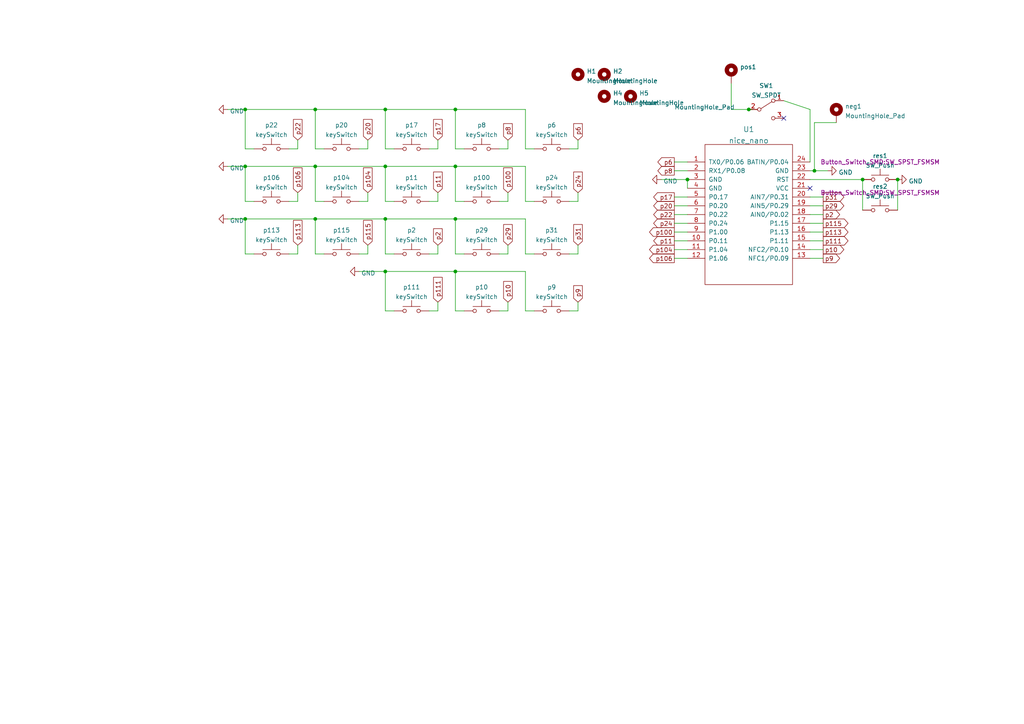
<source format=kicad_sch>
(kicad_sch (version 20210621) (generator eeschema)
  (paper "A4")
  (lib_symbols
    (symbol "Mechanical:MountingHole" (pin_names (offset 1.016))
      (property "Reference" "H" (at 0 5.08 0))
      (property "Value" "MountingHole" (at 0 3.175 0))
      (symbol "MountingHole_0_1"
        (circle (center 0 0) (radius 1.27) (stroke (width 1.27)))
      )
    )
    (symbol "Mechanical:MountingHole_Pad" (pin_numbers hide) (pin_names (offset 1.016) hide)
      (property "Reference" "H" (at 0 6.35 0))
      (property "Value" "MountingHole_Pad" (at 0 4.445 0))
      (symbol "MountingHole_Pad_0_1"
        (circle (center 0 1.27) (radius 1.27) (stroke (width 1.27)))
      )
      (symbol "MountingHole_Pad_1_1"
        (pin input line (at 0 -2.54 90) (length 2.54) (name "1") (number "1"))
      )
    )
    (symbol "Switch:SW_Push" (pin_numbers hide) (pin_names (offset 1.016) hide)
      (property "Reference" "SW" (at 1.27 2.54 0))
      (property "Value" "SW_Push" (at 0 -1.524 0))
      (symbol "SW_Push_0_1"
        (circle (center -2.032 0) (radius 0.508))
        (polyline (pts (xy 0 1.27) (xy 0 3.048)))
        (polyline (pts (xy 2.54 1.27) (xy -2.54 1.27)))
        (circle (center 2.032 0) (radius 0.508))
        (pin passive line (at -5.08 0 0) (length 2.54) (name "1") (number "1"))
        (pin passive line (at 5.08 0 180) (length 2.54) (name "2") (number "2"))
      )
    )
    (symbol "Switch:SW_SPDT" (pin_names (offset 0) hide)
      (property "Reference" "SW" (at 0 4.318 0))
      (property "Value" "SW_SPDT" (at 0 -5.08 0))
      (symbol "SW_SPDT_0_0"
        (circle (center -2.032 0) (radius 0.508))
        (circle (center 2.032 -2.54) (radius 0.508))
      )
      (symbol "SW_SPDT_0_1"
        (polyline (pts (xy -1.524 0.254) (xy 1.651 2.286)))
        (circle (center 2.032 2.54) (radius 0.508))
      )
      (symbol "SW_SPDT_1_1"
        (pin passive line (at 5.08 2.54 180) (length 2.54) (name "A") (number "1"))
        (pin passive line (at -5.08 0 0) (length 2.54) (name "B") (number "2"))
        (pin passive line (at 5.08 -2.54 180) (length 2.54) (name "C") (number "3"))
      )
    )
    (symbol "nicenano:nice_nano" (pin_names (offset 1.016))
      (property "Reference" "U1" (at 0 23.4539 0))
      (property "Value" "nice_nano" (at 0 20.1749 0))
      (symbol "nice_nano_0_1"
        (rectangle (start -12.7 -21.59) (end 12.7 19.05))
      )
      (symbol "nice_nano_1_1"
        (pin input line (at -17.78 13.97 0) (length 5.08) (name "TX0/P0.06") (number "1"))
        (pin input line (at -17.78 -8.89 0) (length 5.08) (name "P0.11") (number "10"))
        (pin input line (at -17.78 -11.43 0) (length 5.08) (name "P1.04") (number "11"))
        (pin input line (at -17.78 -13.97 0) (length 5.08) (name "P1.06") (number "12"))
        (pin input line (at 17.78 -13.97 180) (length 5.08) (name "NFC1/P0.09") (number "13"))
        (pin input line (at 17.78 -11.43 180) (length 5.08) (name "NFC2/P0.10") (number "14"))
        (pin input line (at 17.78 -8.89 180) (length 5.08) (name "P1.11") (number "15"))
        (pin input line (at 17.78 -6.35 180) (length 5.08) (name "P1.13") (number "16"))
        (pin input line (at 17.78 -3.81 180) (length 5.08) (name "P1.15") (number "17"))
        (pin input line (at 17.78 -1.27 180) (length 5.08) (name "AIN0/P0.02") (number "18"))
        (pin input line (at 17.78 1.27 180) (length 5.08) (name "AIN5/P0.29") (number "19"))
        (pin input line (at -17.78 11.43 0) (length 5.08) (name "RX1/P0.08") (number "2"))
        (pin input line (at 17.78 3.81 180) (length 5.08) (name "AIN7/P0.31") (number "20"))
        (pin input line (at 17.78 6.35 180) (length 5.08) (name "VCC") (number "21"))
        (pin input line (at 17.78 8.89 180) (length 5.08) (name "RST") (number "22"))
        (pin input line (at 17.78 11.43 180) (length 5.08) (name "GND") (number "23"))
        (pin input line (at 17.78 13.97 180) (length 5.08) (name "BATIN/P0.04") (number "24"))
        (pin input line (at -17.78 8.89 0) (length 5.08) (name "GND") (number "3"))
        (pin input line (at -17.78 6.35 0) (length 5.08) (name "GND") (number "4"))
        (pin input line (at -17.78 3.81 0) (length 5.08) (name "P0.17") (number "5"))
        (pin input line (at -17.78 1.27 0) (length 5.08) (name "P0.20") (number "6"))
        (pin input line (at -17.78 -1.27 0) (length 5.08) (name "P0.22") (number "7"))
        (pin input line (at -17.78 -3.81 0) (length 5.08) (name "P0.24") (number "8"))
        (pin input line (at -17.78 -6.35 0) (length 5.08) (name "P1.00") (number "9"))
      )
    )
    (symbol "power:GND" (power) (pin_names (offset 0))
      (property "Value" "GND" (at 0 -3.81 0))
      (symbol "GND_0_1"
        (polyline (pts (xy 0 0) (xy 0 -1.27) (xy 1.27 -1.27) (xy 0 -2.54) (xy -1.27 -1.27) (xy 0 -1.27)))
      )
      (symbol "GND_1_1"
        (pin power_in line (at 0 0 270) (length 0) hide (name "GND") (number "1"))
      )
    )
  )
  (junction (at 91.44 63.5))
  (junction (at 132.08 31.75))
  (junction (at 71.12 48.26))
  (junction (at 132.08 48.26))
  (junction (at 91.44 31.75))
  (junction (at 71.12 31.75))
  (junction (at 111.76 63.5))
  (junction (at 260.35 52.07))
  (junction (at 132.08 78.74))
  (junction (at 91.44 48.26))
  (junction (at 132.08 63.5))
  (junction (at 111.76 78.74))
  (junction (at 71.12 63.5))
  (junction (at 199.39 52.07))
  (junction (at 217.17 31.75))
  (junction (at 236.22 49.53))
  (junction (at 111.76 31.75))
  (junction (at 111.76 48.26))
  (junction (at 250.19 52.07))
  (no_connect (at 227.33 34.29))
  (no_connect (at 234.95 54.61))
  (wire (pts (xy 104.14 58.42) (xy 106.68 58.42)))
  (wire (pts (xy 144.78 43.18) (xy 147.32 43.18)))
  (wire (pts (xy 91.44 48.26) (xy 111.76 48.26)))
  (wire (pts (xy 144.78 90.17) (xy 147.32 90.17)))
  (wire (pts (xy 195.58 49.53) (xy 199.39 49.53)))
  (wire (pts (xy 91.44 58.42) (xy 93.98 58.42)))
  (wire (pts (xy 106.68 73.66) (xy 106.68 71.12)))
  (wire (pts (xy 165.1 73.66) (xy 167.64 73.66)))
  (wire (pts (xy 111.76 63.5) (xy 111.76 73.66)))
  (wire (pts (xy 111.76 63.5) (xy 91.44 63.5)))
  (wire (pts (xy 71.12 63.5) (xy 66.04 63.5)))
  (wire (pts (xy 91.44 63.5) (xy 71.12 63.5)))
  (wire (pts (xy 195.58 74.93) (xy 199.39 74.93)))
  (wire (pts (xy 195.58 59.69) (xy 199.39 59.69)))
  (wire (pts (xy 242.57 35.56) (xy 236.22 35.56)))
  (wire (pts (xy 236.22 35.56) (xy 236.22 49.53)))
  (wire (pts (xy 234.95 57.15) (xy 238.76 57.15)))
  (wire (pts (xy 250.19 52.07) (xy 250.19 60.96)))
  (wire (pts (xy 111.76 73.66) (xy 114.3 73.66)))
  (wire (pts (xy 152.4 31.75) (xy 152.4 43.18)))
  (wire (pts (xy 71.12 73.66) (xy 73.66 73.66)))
  (wire (pts (xy 234.95 31.75) (xy 234.95 46.99)))
  (wire (pts (xy 227.33 29.21) (xy 234.95 31.75)))
  (wire (pts (xy 165.1 90.17) (xy 167.64 90.17)))
  (wire (pts (xy 234.95 59.69) (xy 238.76 59.69)))
  (wire (pts (xy 83.82 73.66) (xy 86.36 73.66)))
  (wire (pts (xy 83.82 58.42) (xy 86.36 58.42)))
  (wire (pts (xy 144.78 73.66) (xy 147.32 73.66)))
  (wire (pts (xy 234.95 49.53) (xy 236.22 49.53)))
  (wire (pts (xy 236.22 49.53) (xy 240.03 49.53)))
  (wire (pts (xy 124.46 73.66) (xy 127 73.66)))
  (wire (pts (xy 106.68 58.42) (xy 106.68 55.88)))
  (wire (pts (xy 195.58 64.77) (xy 199.39 64.77)))
  (wire (pts (xy 165.1 58.42) (xy 167.64 58.42)))
  (wire (pts (xy 234.95 62.23) (xy 238.76 62.23)))
  (wire (pts (xy 195.58 67.31) (xy 199.39 67.31)))
  (wire (pts (xy 147.32 90.17) (xy 147.32 87.63)))
  (wire (pts (xy 152.4 48.26) (xy 152.4 58.42)))
  (wire (pts (xy 132.08 43.18) (xy 134.62 43.18)))
  (wire (pts (xy 132.08 58.42) (xy 134.62 58.42)))
  (wire (pts (xy 111.76 58.42) (xy 114.3 58.42)))
  (wire (pts (xy 86.36 58.42) (xy 86.36 55.88)))
  (wire (pts (xy 152.4 58.42) (xy 154.94 58.42)))
  (wire (pts (xy 212.09 24.13) (xy 212.09 31.75)))
  (wire (pts (xy 212.09 31.75) (xy 217.17 31.75)))
  (wire (pts (xy 217.17 31.75) (xy 218.44 31.75)))
  (wire (pts (xy 66.04 31.75) (xy 71.12 31.75)))
  (wire (pts (xy 144.78 58.42) (xy 147.32 58.42)))
  (wire (pts (xy 132.08 48.26) (xy 132.08 58.42)))
  (wire (pts (xy 104.14 73.66) (xy 106.68 73.66)))
  (wire (pts (xy 127 90.17) (xy 127 87.63)))
  (wire (pts (xy 195.58 69.85) (xy 199.39 69.85)))
  (wire (pts (xy 111.76 43.18) (xy 114.3 43.18)))
  (wire (pts (xy 71.12 58.42) (xy 73.66 58.42)))
  (wire (pts (xy 234.95 72.39) (xy 238.76 72.39)))
  (wire (pts (xy 234.95 64.77) (xy 238.76 64.77)))
  (wire (pts (xy 127 73.66) (xy 127 71.12)))
  (wire (pts (xy 71.12 48.26) (xy 71.12 58.42)))
  (wire (pts (xy 234.95 74.93) (xy 238.76 74.93)))
  (wire (pts (xy 91.44 31.75) (xy 111.76 31.75)))
  (wire (pts (xy 111.76 31.75) (xy 111.76 43.18)))
  (wire (pts (xy 71.12 43.18) (xy 73.66 43.18)))
  (wire (pts (xy 71.12 31.75) (xy 71.12 43.18)))
  (wire (pts (xy 91.44 43.18) (xy 93.98 43.18)))
  (wire (pts (xy 104.14 43.18) (xy 106.68 43.18)))
  (wire (pts (xy 127 58.42) (xy 127 55.88)))
  (wire (pts (xy 147.32 43.18) (xy 147.32 40.64)))
  (wire (pts (xy 165.1 43.18) (xy 167.64 43.18)))
  (wire (pts (xy 199.39 52.07) (xy 199.39 54.61)))
  (wire (pts (xy 195.58 72.39) (xy 199.39 72.39)))
  (wire (pts (xy 86.36 73.66) (xy 86.36 71.12)))
  (wire (pts (xy 91.44 31.75) (xy 91.44 43.18)))
  (wire (pts (xy 106.68 43.18) (xy 106.68 40.64)))
  (wire (pts (xy 91.44 73.66) (xy 93.98 73.66)))
  (wire (pts (xy 91.44 48.26) (xy 91.44 58.42)))
  (wire (pts (xy 71.12 48.26) (xy 91.44 48.26)))
  (wire (pts (xy 234.95 52.07) (xy 250.19 52.07)))
  (wire (pts (xy 111.76 48.26) (xy 132.08 48.26)))
  (wire (pts (xy 111.76 63.5) (xy 132.08 63.5)))
  (wire (pts (xy 132.08 63.5) (xy 152.4 63.5)))
  (wire (pts (xy 195.58 57.15) (xy 199.39 57.15)))
  (wire (pts (xy 167.64 58.42) (xy 167.64 55.88)))
  (wire (pts (xy 152.4 73.66) (xy 154.94 73.66)))
  (wire (pts (xy 152.4 78.74) (xy 152.4 90.17)))
  (wire (pts (xy 132.08 78.74) (xy 152.4 78.74)))
  (wire (pts (xy 104.14 78.74) (xy 111.76 78.74)))
  (wire (pts (xy 111.76 78.74) (xy 132.08 78.74)))
  (wire (pts (xy 147.32 73.66) (xy 147.32 71.12)))
  (wire (pts (xy 66.04 48.26) (xy 71.12 48.26)))
  (wire (pts (xy 127 43.18) (xy 127 40.64)))
  (wire (pts (xy 132.08 31.75) (xy 152.4 31.75)))
  (wire (pts (xy 195.58 62.23) (xy 199.39 62.23)))
  (wire (pts (xy 132.08 78.74) (xy 132.08 90.17)))
  (wire (pts (xy 124.46 58.42) (xy 127 58.42)))
  (wire (pts (xy 111.76 31.75) (xy 132.08 31.75)))
  (wire (pts (xy 132.08 31.75) (xy 132.08 43.18)))
  (wire (pts (xy 111.76 48.26) (xy 111.76 58.42)))
  (wire (pts (xy 124.46 43.18) (xy 127 43.18)))
  (wire (pts (xy 71.12 31.75) (xy 91.44 31.75)))
  (wire (pts (xy 195.58 46.99) (xy 199.39 46.99)))
  (wire (pts (xy 83.82 43.18) (xy 86.36 43.18)))
  (wire (pts (xy 86.36 43.18) (xy 86.36 40.64)))
  (wire (pts (xy 111.76 90.17) (xy 114.3 90.17)))
  (wire (pts (xy 191.77 52.07) (xy 199.39 52.07)))
  (wire (pts (xy 152.4 43.18) (xy 154.94 43.18)))
  (wire (pts (xy 111.76 78.74) (xy 111.76 90.17)))
  (wire (pts (xy 167.64 73.66) (xy 167.64 71.12)))
  (wire (pts (xy 260.35 52.07) (xy 260.35 60.96)))
  (wire (pts (xy 132.08 73.66) (xy 134.62 73.66)))
  (wire (pts (xy 71.12 63.5) (xy 71.12 73.66)))
  (wire (pts (xy 132.08 48.26) (xy 152.4 48.26)))
  (wire (pts (xy 234.95 67.31) (xy 238.76 67.31)))
  (wire (pts (xy 152.4 63.5) (xy 152.4 73.66)))
  (wire (pts (xy 234.95 69.85) (xy 238.76 69.85)))
  (wire (pts (xy 91.44 63.5) (xy 91.44 73.66)))
  (wire (pts (xy 132.08 90.17) (xy 134.62 90.17)))
  (wire (pts (xy 152.4 90.17) (xy 154.94 90.17)))
  (wire (pts (xy 132.08 63.5) (xy 132.08 73.66)))
  (wire (pts (xy 167.64 90.17) (xy 167.64 87.63)))
  (wire (pts (xy 147.32 58.42) (xy 147.32 55.88)))
  (wire (pts (xy 124.46 90.17) (xy 127 90.17)))
  (wire (pts (xy 167.64 43.18) (xy 167.64 40.64)))
  (global_label "p104" (shape input) (at 106.68 55.88 90) (property "Intersheet References" "${INTERSHEET_REFS}" (effects hide)))
  (global_label "p111" (shape input) (at 127 87.63 90) (property "Intersheet References" "${INTERSHEET_REFS}" (effects hide)))
  (global_label "p31" (shape input) (at 167.64 71.12 90) (property "Intersheet References" "${INTERSHEET_REFS}" (effects hide)))
  (global_label "p8" (shape input) (at 147.32 40.64 90) (property "Intersheet References" "${INTERSHEET_REFS}" (effects hide)))
  (global_label "p100" (shape input) (at 147.32 55.88 90) (property "Intersheet References" "${INTERSHEET_REFS}" (effects hide)))
  (global_label "p29" (shape input) (at 147.32 71.12 90) (property "Intersheet References" "${INTERSHEET_REFS}" (effects hide)))
  (global_label "p11" (shape input) (at 127 55.88 90) (property "Intersheet References" "${INTERSHEET_REFS}" (effects hide)))
  (global_label "p24" (shape output) (at 195.58 64.77 180) (property "Intersheet References" "${INTERSHEET_REFS}" (effects hide)))
  (global_label "p113" (shape output) (at 238.76 67.31 0) (property "Intersheet References" "${INTERSHEET_REFS}" (effects hide)))
  (global_label "p29" (shape output) (at 238.76 59.69 0) (property "Intersheet References" "${INTERSHEET_REFS}" (effects hide)))
  (global_label "p2" (shape input) (at 127 71.12 90) (property "Intersheet References" "${INTERSHEET_REFS}" (effects hide)))
  (global_label "p10" (shape output) (at 238.76 72.39 0) (property "Intersheet References" "${INTERSHEET_REFS}" (effects hide)))
  (global_label "p10" (shape input) (at 147.32 87.63 90) (property "Intersheet References" "${INTERSHEET_REFS}" (effects hide)))
  (global_label "p106" (shape output) (at 195.58 74.93 180) (property "Intersheet References" "${INTERSHEET_REFS}" (effects hide)))
  (global_label "p104" (shape output) (at 195.58 72.39 180) (property "Intersheet References" "${INTERSHEET_REFS}" (effects hide)))
  (global_label "p20" (shape input) (at 106.68 40.64 90) (property "Intersheet References" "${INTERSHEET_REFS}" (effects hide)))
  (global_label "p9" (shape output) (at 238.76 74.93 0) (property "Intersheet References" "${INTERSHEET_REFS}" (effects hide)))
  (global_label "p22" (shape input) (at 86.36 40.64 90) (property "Intersheet References" "${INTERSHEET_REFS}" (effects hide)))
  (global_label "p31" (shape output) (at 238.76 57.15 0) (property "Intersheet References" "${INTERSHEET_REFS}" (effects hide)))
  (global_label "p6" (shape input) (at 167.64 40.64 90) (property "Intersheet References" "${INTERSHEET_REFS}" (effects hide)))
  (global_label "p113" (shape input) (at 86.36 71.12 90) (property "Intersheet References" "${INTERSHEET_REFS}" (effects hide)))
  (global_label "p9" (shape input) (at 167.64 87.63 90) (property "Intersheet References" "${INTERSHEET_REFS}" (effects hide)))
  (global_label "p11" (shape output) (at 195.58 69.85 180) (property "Intersheet References" "${INTERSHEET_REFS}" (effects hide)))
  (global_label "p2" (shape output) (at 238.76 62.23 0) (property "Intersheet References" "${INTERSHEET_REFS}" (effects hide)))
  (global_label "p20" (shape output) (at 195.58 59.69 180) (property "Intersheet References" "${INTERSHEET_REFS}" (effects hide)))
  (global_label "p106" (shape input) (at 86.36 55.88 90) (property "Intersheet References" "${INTERSHEET_REFS}" (effects hide)))
  (global_label "p115" (shape input) (at 106.68 71.12 90) (property "Intersheet References" "${INTERSHEET_REFS}" (effects hide)))
  (global_label "p17" (shape input) (at 127 40.64 90) (property "Intersheet References" "${INTERSHEET_REFS}" (effects hide)))
  (global_label "p100" (shape output) (at 195.58 67.31 180) (property "Intersheet References" "${INTERSHEET_REFS}" (effects hide)))
  (global_label "p6" (shape output) (at 195.58 46.99 180) (property "Intersheet References" "${INTERSHEET_REFS}" (effects hide)))
  (global_label "p111" (shape output) (at 238.76 69.85 0) (property "Intersheet References" "${INTERSHEET_REFS}" (effects hide)))
  (global_label "p24" (shape input) (at 167.64 55.88 90) (property "Intersheet References" "${INTERSHEET_REFS}" (effects hide)))
  (global_label "p115" (shape output) (at 238.76 64.77 0) (property "Intersheet References" "${INTERSHEET_REFS}" (effects hide)))
  (global_label "p17" (shape output) (at 195.58 57.15 180) (property "Intersheet References" "${INTERSHEET_REFS}" (effects hide)))
  (global_label "p22" (shape output) (at 195.58 62.23 180) (property "Intersheet References" "${INTERSHEET_REFS}" (effects hide)))
  (global_label "p8" (shape output) (at 195.58 49.53 180) (property "Intersheet References" "${INTERSHEET_REFS}" (effects hide)))
  (symbol (lib_id "Mechanical:MountingHole") (at 182.88 27.94 0) (unit 1)
    (property "Reference" "H5" (at 185.42 27.0315 0) (effects (justify left)))
    (property "Value" "MountingHole" (at 185.42 29.8066 0) (effects (justify left)))
    (property "Footprint" "MountingHole:MountingHole_2.2mm_M2" (effects hide))
  )
  (symbol (lib_id "Mechanical:MountingHole") (at 167.64 21.59 0) (unit 1)
    (property "Reference" "H1" (at 170.18 20.6815 0) (effects (justify left)))
    (property "Value" "MountingHole" (at 170.18 23.4566 0) (effects (justify left)))
    (property "Footprint" "MountingHole:MountingHole_2.2mm_M2" (effects hide))
  )
  (symbol (lib_id "nicenano:nice_nano") (at 217.17 60.96 0) (unit 1)
    (property "Reference" "U1" (at 217.17 37.5061 0) (effects (font (size 1.524 1.524))))
    (property "Value" "nice_nano" (at 217.17 40.7851 0) (effects (font (size 1.524 1.524))))
    (property "Footprint" "roostv2:nice_nano" (effects hide))
  )
  (symbol (lib_id "Switch:SW_Push") (at 255.27 52.07 0) (unit 1)
    (property "Reference" "res1" (at 255.27 45.1825 0))
    (property "Value" "SW_Push" (at 255.27 47.9576 0))
    (property "Footprint" "Button_Switch_SMD:SW_SPST_FSMSM" (at 255.27 46.99 0))
  )
  (symbol (lib_id "Switch:SW_Push") (at 119.38 58.42 0) (unit 1)
    (property "Reference" "p11" (at 119.38 51.5325 0))
    (property "Value" "keySwitch" (at 119.38 54.3076 0))
    (property "Footprint" "roostv2:Kailh_socket_PG1350_reversible" (effects hide))
  )
  (symbol (lib_id "Switch:SW_Push") (at 99.06 43.18 0) (unit 1)
    (property "Reference" "p20" (at 99.06 36.2925 0))
    (property "Value" "keySwitch" (at 99.06 39.0676 0))
    (property "Footprint" "roostv2:Kailh_socket_PG1350_reversible" (effects hide))
  )
  (symbol (lib_id "power:GND") (at 66.04 31.75 270) (unit 1)
    (property "Reference" "#PWR01" (effects hide))
    (property "Value" "GND" (at 66.675 32.229 90) (effects (justify left)))
  )
  (symbol (lib_id "Switch:SW_Push") (at 160.02 73.66 0) (unit 1)
    (property "Reference" "p31" (at 160.02 66.7725 0))
    (property "Value" "keySwitch" (at 160.02 69.5476 0))
    (property "Footprint" "roostv2:Kailh_socket_PG1350_reversible" (effects hide))
  )
  (symbol (lib_id "Switch:SW_Push") (at 119.38 90.17 0) (unit 1)
    (property "Reference" "p111" (at 119.38 83.2825 0))
    (property "Value" "keySwitch" (at 119.38 86.0576 0))
    (property "Footprint" "roostv2:Kailh_socket_PG1350_reversible" (effects hide))
  )
  (symbol (lib_id "Switch:SW_Push") (at 160.02 90.17 0) (unit 1)
    (property "Reference" "p9" (at 160.02 83.2825 0))
    (property "Value" "keySwitch" (at 160.02 86.0576 0))
    (property "Footprint" "roostv2:Kailh_socket_PG1350_reversible" (effects hide))
  )
  (symbol (lib_id "Mechanical:MountingHole") (at 175.26 27.94 0) (unit 1)
    (property "Reference" "H4" (at 177.8 27.0315 0) (effects (justify left)))
    (property "Value" "MountingHole" (at 177.8 29.8066 0) (effects (justify left)))
    (property "Footprint" "MountingHole:MountingHole_2.2mm_M2" (effects hide))
  )
  (symbol (lib_id "Switch:SW_Push") (at 99.06 58.42 0) (unit 1)
    (property "Reference" "p104" (at 99.06 51.5325 0))
    (property "Value" "keySwitch" (at 99.06 54.3076 0))
    (property "Footprint" "roostv2:Kailh_socket_PG1350_reversible" (effects hide))
  )
  (symbol (lib_id "Switch:SW_Push") (at 119.38 73.66 0) (unit 1)
    (property "Reference" "p2" (at 119.38 66.7725 0))
    (property "Value" "keySwitch" (at 119.38 69.5476 0))
    (property "Footprint" "roostv2:Kailh_socket_PG1350_reversible" (effects hide))
  )
  (symbol (lib_id "Switch:SW_SPDT") (at 222.25 31.75 0) (unit 1)
    (property "Reference" "SW1" (at 222.25 24.8625 0))
    (property "Value" "SW_SPDT" (at 222.25 27.6376 0))
    (property "Footprint" "roostv2:bigswitch" (effects hide))
  )
  (symbol (lib_id "Mechanical:MountingHole_Pad") (at 212.09 21.59 0) (unit 1)
    (property "Reference" "pos1" (at 214.63 19.4115 0) (effects (justify left)))
    (property "Value" "MountingHole_Pad" (at 195.58 31.0766 0) (effects (justify left)))
    (property "Footprint" "MountingHole:MountingHole_2.2mm_M2_DIN965_Pad" (effects hide))
  )
  (symbol (lib_id "power:GND") (at 240.03 49.53 90) (unit 1)
    (property "Reference" "#PWR03" (effects hide))
    (property "Value" "GND" (at 243.205 50.009 90) (effects (justify right)))
  )
  (symbol (lib_id "Switch:SW_Push") (at 255.27 60.96 0) (unit 1)
    (property "Reference" "res2" (at 255.27 54.0725 0))
    (property "Value" "SW_Push" (at 255.27 56.8476 0))
    (property "Footprint" "Button_Switch_SMD:SW_SPST_FSMSM" (at 255.27 55.88 0))
  )
  (symbol (lib_id "power:GND") (at 104.14 78.74 270) (unit 1)
    (property "Reference" "#PWR07" (effects hide))
    (property "Value" "GND" (at 104.775 79.219 90) (effects (justify left)))
  )
  (symbol (lib_id "power:GND") (at 191.77 52.07 270) (unit 1)
    (property "Reference" "#PWR04" (effects hide))
    (property "Value" "GND" (at 192.405 52.549 90) (effects (justify left)))
  )
  (symbol (lib_id "Switch:SW_Push") (at 78.74 58.42 0) (unit 1)
    (property "Reference" "p106" (at 78.74 51.5325 0))
    (property "Value" "keySwitch" (at 78.74 54.3076 0))
    (property "Footprint" "roostv2:Kailh_socket_PG1350_reversible" (effects hide))
  )
  (symbol (lib_id "Switch:SW_Push") (at 139.7 73.66 0) (unit 1)
    (property "Reference" "p29" (at 139.7 66.7725 0))
    (property "Value" "keySwitch" (at 139.7 69.5476 0))
    (property "Footprint" "roostv2:Kailh_socket_PG1350_reversible" (effects hide))
  )
  (symbol (lib_id "power:GND") (at 260.35 52.07 90) (unit 1)
    (property "Reference" "#PWR05" (effects hide))
    (property "Value" "GND" (at 263.525 52.549 90) (effects (justify right)))
  )
  (symbol (lib_id "power:GND") (at 66.04 48.26 270) (unit 1)
    (property "Reference" "#PWR02" (effects hide))
    (property "Value" "GND" (at 66.675 48.739 90) (effects (justify left)))
  )
  (symbol (lib_id "Switch:SW_Push") (at 78.74 73.66 0) (unit 1)
    (property "Reference" "p113" (at 78.74 66.7725 0))
    (property "Value" "keySwitch" (at 78.74 69.5476 0))
    (property "Footprint" "roostv2:Kailh_socket_PG1350_reversible" (effects hide))
  )
  (symbol (lib_id "Mechanical:MountingHole_Pad") (at 242.57 33.02 0) (unit 1)
    (property "Reference" "neg1" (at 245.11 30.8415 0) (effects (justify left)))
    (property "Value" "MountingHole_Pad" (at 245.11 33.6166 0) (effects (justify left)))
    (property "Footprint" "MountingHole:MountingHole_2.2mm_M2_DIN965_Pad" (effects hide))
  )
  (symbol (lib_id "Switch:SW_Push") (at 160.02 43.18 0) (unit 1)
    (property "Reference" "p6" (at 160.02 36.2925 0))
    (property "Value" "keySwitch" (at 160.02 39.0676 0))
    (property "Footprint" "roostv2:Kailh_socket_PG1350_reversible" (effects hide))
  )
  (symbol (lib_id "Switch:SW_Push") (at 119.38 43.18 0) (unit 1)
    (property "Reference" "p17" (at 119.38 36.2925 0))
    (property "Value" "keySwitch" (at 119.38 39.0676 0))
    (property "Footprint" "roostv2:Kailh_socket_PG1350_reversible" (effects hide))
  )
  (symbol (lib_id "power:GND") (at 66.04 63.5 270) (unit 1)
    (property "Reference" "#PWR06" (effects hide))
    (property "Value" "GND" (at 66.675 63.979 90) (effects (justify left)))
  )
  (symbol (lib_id "Switch:SW_Push") (at 160.02 58.42 0) (unit 1)
    (property "Reference" "p24" (at 160.02 51.5325 0))
    (property "Value" "keySwitch" (at 160.02 54.3076 0))
    (property "Footprint" "roostv2:Kailh_socket_PG1350_reversible" (effects hide))
  )
  (symbol (lib_id "Switch:SW_Push") (at 139.7 43.18 0) (unit 1)
    (property "Reference" "p8" (at 139.7 36.2925 0))
    (property "Value" "keySwitch" (at 139.7 39.0676 0))
    (property "Footprint" "roostv2:Kailh_socket_PG1350_reversible" (effects hide))
  )
  (symbol (lib_id "Switch:SW_Push") (at 78.74 43.18 0) (unit 1)
    (property "Reference" "p22" (at 78.74 36.2925 0))
    (property "Value" "keySwitch" (at 78.74 39.0676 0))
    (property "Footprint" "roostv2:Kailh_socket_PG1350_reversible" (effects hide))
  )
  (symbol (lib_id "Switch:SW_Push") (at 99.06 73.66 0) (unit 1)
    (property "Reference" "p115" (at 99.06 66.7725 0))
    (property "Value" "keySwitch" (at 99.06 69.5476 0))
    (property "Footprint" "roostv2:Kailh_socket_PG1350_reversible" (effects hide))
  )
  (symbol (lib_id "Switch:SW_Push") (at 139.7 90.17 0) (unit 1)
    (property "Reference" "p10" (at 139.7 83.2825 0))
    (property "Value" "keySwitch" (at 139.7 86.0576 0))
    (property "Footprint" "roostv2:Kailh_socket_PG1350_reversible" (effects hide))
  )
  (symbol (lib_id "Mechanical:MountingHole") (at 175.26 21.59 0) (unit 1)
    (property "Reference" "H2" (at 177.8 20.6815 0) (effects (justify left)))
    (property "Value" "MountingHole" (at 177.8 23.4566 0) (effects (justify left)))
    (property "Footprint" "MountingHole:MountingHole_2.2mm_M2" (effects hide))
  )
  (symbol (lib_id "Switch:SW_Push") (at 139.7 58.42 0) (unit 1)
    (property "Reference" "p100" (at 139.7 51.5325 0))
    (property "Value" "keySwitch" (at 139.7 54.3076 0))
    (property "Footprint" "roostv2:Kailh_socket_PG1350_reversible" (effects hide))
  )
)
</source>
